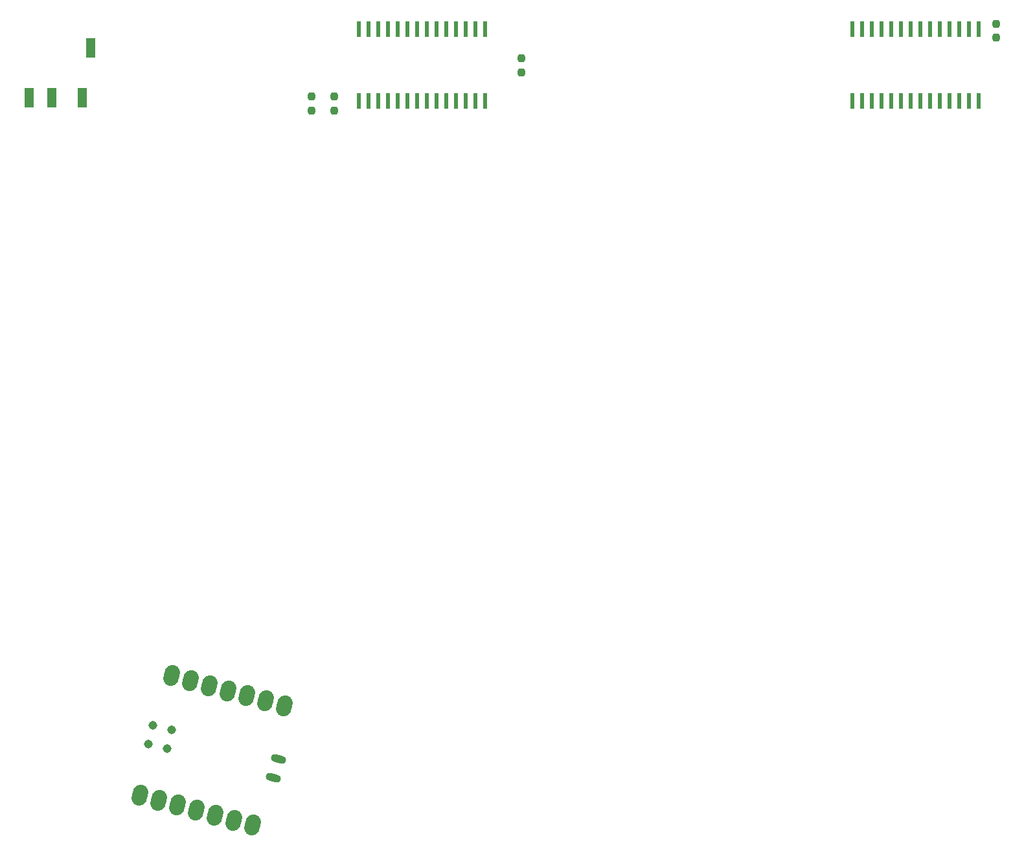
<source format=gbr>
%TF.GenerationSoftware,KiCad,Pcbnew,(6.0.11)*%
%TF.CreationDate,2023-05-24T14:48:23-07:00*%
%TF.ProjectId,keeb,6b656562-2e6b-4696-9361-645f70636258,rev?*%
%TF.SameCoordinates,Original*%
%TF.FileFunction,Paste,Bot*%
%TF.FilePolarity,Positive*%
%FSLAX46Y46*%
G04 Gerber Fmt 4.6, Leading zero omitted, Abs format (unit mm)*
G04 Created by KiCad (PCBNEW (6.0.11)) date 2023-05-24 14:48:23*
%MOMM*%
%LPD*%
G01*
G04 APERTURE LIST*
G04 Aperture macros list*
%AMRoundRect*
0 Rectangle with rounded corners*
0 $1 Rounding radius*
0 $2 $3 $4 $5 $6 $7 $8 $9 X,Y pos of 4 corners*
0 Add a 4 corners polygon primitive as box body*
4,1,4,$2,$3,$4,$5,$6,$7,$8,$9,$2,$3,0*
0 Add four circle primitives for the rounded corners*
1,1,$1+$1,$2,$3*
1,1,$1+$1,$4,$5*
1,1,$1+$1,$6,$7*
1,1,$1+$1,$8,$9*
0 Add four rect primitives between the rounded corners*
20,1,$1+$1,$2,$3,$4,$5,0*
20,1,$1+$1,$4,$5,$6,$7,0*
20,1,$1+$1,$6,$7,$8,$9,0*
20,1,$1+$1,$8,$9,$2,$3,0*%
%AMHorizOval*
0 Thick line with rounded ends*
0 $1 width*
0 $2 $3 position (X,Y) of the first rounded end (center of the circle)*
0 $4 $5 position (X,Y) of the second rounded end (center of the circle)*
0 Add line between two ends*
20,1,$1,$2,$3,$4,$5,0*
0 Add two circle primitives to create the rounded ends*
1,1,$1,$2,$3*
1,1,$1,$4,$5*%
G04 Aperture macros list end*
%ADD10R,0.600000X2.000000*%
%ADD11RoundRect,0.237500X0.237500X-0.250000X0.237500X0.250000X-0.237500X0.250000X-0.237500X-0.250000X0*%
%ADD12HorizOval,1.998980X-0.096967X-0.361884X0.096967X0.361884X0*%
%ADD13HorizOval,1.016000X-0.490690X0.131480X0.490690X-0.131480X0*%
%ADD14C,1.143000*%
%ADD15RoundRect,0.237500X-0.237500X0.250000X-0.237500X-0.250000X0.237500X-0.250000X0.237500X0.250000X0*%
%ADD16R,1.200000X2.500000*%
G04 APERTURE END LIST*
D10*
%TO.C,U4*%
X208255000Y-44700000D03*
X206985000Y-44700000D03*
X205715000Y-44700000D03*
X204445000Y-44700000D03*
X203175000Y-44700000D03*
X201905000Y-44700000D03*
X200635000Y-44700000D03*
X199365000Y-44700000D03*
X198095000Y-44700000D03*
X196825000Y-44700000D03*
X195555000Y-44700000D03*
X194285000Y-44700000D03*
X193015000Y-44700000D03*
X191745000Y-44700000D03*
X191745000Y-35300000D03*
X193015000Y-35300000D03*
X194285000Y-35300000D03*
X195555000Y-35300000D03*
X196825000Y-35300000D03*
X198095000Y-35300000D03*
X199365000Y-35300000D03*
X200635000Y-35300000D03*
X201905000Y-35300000D03*
X203175000Y-35300000D03*
X204445000Y-35300000D03*
X205715000Y-35300000D03*
X206985000Y-35300000D03*
X208255000Y-35300000D03*
%TD*%
D11*
%TO.C,R5*%
X124000000Y-45912500D03*
X124000000Y-44087500D03*
%TD*%
D10*
%TO.C,U5*%
X143755000Y-44700000D03*
X142485000Y-44700000D03*
X141215000Y-44700000D03*
X139945000Y-44700000D03*
X138675000Y-44700000D03*
X137405000Y-44700000D03*
X136135000Y-44700000D03*
X134865000Y-44700000D03*
X133595000Y-44700000D03*
X132325000Y-44700000D03*
X131055000Y-44700000D03*
X129785000Y-44700000D03*
X128515000Y-44700000D03*
X127245000Y-44700000D03*
X127245000Y-35300000D03*
X128515000Y-35300000D03*
X129785000Y-35300000D03*
X131055000Y-35300000D03*
X132325000Y-35300000D03*
X133595000Y-35300000D03*
X134865000Y-35300000D03*
X136135000Y-35300000D03*
X137405000Y-35300000D03*
X138675000Y-35300000D03*
X139945000Y-35300000D03*
X141215000Y-35300000D03*
X142485000Y-35300000D03*
X143755000Y-35300000D03*
%TD*%
D12*
%TO.C,U3*%
X102753424Y-119894638D03*
X105206876Y-120552039D03*
X107660328Y-121209439D03*
X110113779Y-121866839D03*
X112567231Y-122524240D03*
X115020682Y-123181640D03*
X117474134Y-123839041D03*
X113290438Y-139452806D03*
X110836986Y-138795406D03*
X108383535Y-138138006D03*
X105930083Y-137480605D03*
X103476632Y-136823205D03*
X101023180Y-136165805D03*
X98569728Y-135508404D03*
D13*
X116737949Y-130750898D03*
X116077960Y-133214008D03*
D14*
X100313475Y-126348734D03*
X99656075Y-128802186D03*
X102766927Y-127006134D03*
X102109527Y-129459586D03*
%TD*%
D11*
%TO.C,R6*%
X121000000Y-45912500D03*
X121000000Y-44087500D03*
%TD*%
D15*
%TO.C,R7*%
X210500000Y-34587500D03*
X210500000Y-36412500D03*
%TD*%
D16*
%TO.C,J2*%
X87095000Y-44250000D03*
X84095000Y-44250000D03*
X92195000Y-37750000D03*
X91095000Y-44250000D03*
%TD*%
D15*
%TO.C,R8*%
X148500000Y-39087500D03*
X148500000Y-40912500D03*
%TD*%
M02*

</source>
